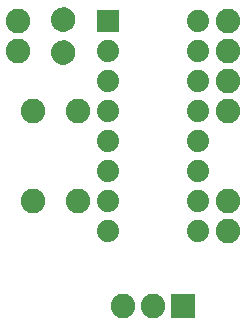
<source format=gbs>
G75*
%MOIN*%
%OFA0B0*%
%FSLAX25Y25*%
%IPPOS*%
%LPD*%
%AMOC8*
5,1,8,0,0,1.08239X$1,22.5*
%
%ADD10C,0.08200*%
%ADD11R,0.07400X0.07400*%
%ADD12C,0.07400*%
%ADD13C,0.00500*%
%ADD14R,0.08200X0.08200*%
D10*
X0016800Y0059060D03*
X0031800Y0059060D03*
X0031800Y0089060D03*
X0016800Y0089060D03*
X0011800Y0109060D03*
X0011800Y0119060D03*
X0081800Y0119060D03*
X0081800Y0109060D03*
X0081800Y0099060D03*
X0081800Y0089060D03*
X0081800Y0059060D03*
X0081800Y0049060D03*
X0056800Y0024119D03*
X0046800Y0024119D03*
D11*
X0041800Y0119060D03*
D12*
X0041800Y0049060D03*
X0041800Y0059060D03*
X0041800Y0069060D03*
X0041800Y0079060D03*
X0041800Y0089060D03*
X0041800Y0099060D03*
X0041800Y0109060D03*
X0071800Y0109060D03*
X0071800Y0099060D03*
X0071800Y0089060D03*
X0071800Y0079060D03*
X0071800Y0069060D03*
X0071800Y0059060D03*
X0071800Y0049060D03*
X0071800Y0119060D03*
D13*
X0030570Y0119590D02*
X0030503Y0118932D01*
X0030322Y0118295D01*
X0030034Y0117700D01*
X0029647Y0117163D01*
X0029172Y0116702D01*
X0028625Y0116331D01*
X0028021Y0116060D01*
X0027380Y0115898D01*
X0026720Y0115850D01*
X0026000Y0115928D01*
X0025310Y0116146D01*
X0024676Y0116494D01*
X0024122Y0116959D01*
X0023669Y0117523D01*
X0023335Y0118165D01*
X0023133Y0118859D01*
X0023070Y0119580D01*
X0023131Y0120305D01*
X0023333Y0121004D01*
X0023667Y0121650D01*
X0024121Y0122218D01*
X0024677Y0122687D01*
X0025314Y0123038D01*
X0026007Y0123259D01*
X0026730Y0123340D01*
X0027390Y0123290D01*
X0028031Y0123126D01*
X0028634Y0122854D01*
X0029180Y0122481D01*
X0029653Y0122019D01*
X0030039Y0121481D01*
X0030326Y0120885D01*
X0030505Y0120248D01*
X0030570Y0119590D01*
X0030552Y0119417D02*
X0023084Y0119417D01*
X0023098Y0119915D02*
X0030538Y0119915D01*
X0030458Y0120414D02*
X0023163Y0120414D01*
X0023307Y0120912D02*
X0030313Y0120912D01*
X0030073Y0121411D02*
X0023544Y0121411D01*
X0023875Y0121909D02*
X0029732Y0121909D01*
X0029255Y0122408D02*
X0024347Y0122408D01*
X0025075Y0122906D02*
X0028517Y0122906D01*
X0030499Y0118918D02*
X0023127Y0118918D01*
X0023261Y0118420D02*
X0030358Y0118420D01*
X0030141Y0117921D02*
X0023462Y0117921D01*
X0023749Y0117423D02*
X0029834Y0117423D01*
X0029401Y0116924D02*
X0024163Y0116924D01*
X0024800Y0116426D02*
X0028765Y0116426D01*
X0027496Y0115927D02*
X0026010Y0115927D01*
X0026730Y0112319D02*
X0026007Y0112238D01*
X0025314Y0112018D01*
X0024677Y0111667D01*
X0024121Y0111198D01*
X0023667Y0110629D01*
X0023333Y0109983D01*
X0023131Y0109285D01*
X0023070Y0108560D01*
X0023133Y0107839D01*
X0023335Y0107145D01*
X0023669Y0106503D01*
X0024122Y0105939D01*
X0024676Y0105474D01*
X0025310Y0105126D01*
X0026000Y0104908D01*
X0026720Y0104830D01*
X0027380Y0104878D01*
X0028021Y0105040D01*
X0028625Y0105311D01*
X0029172Y0105682D01*
X0029647Y0106143D01*
X0030034Y0106680D01*
X0030322Y0107275D01*
X0030503Y0107912D01*
X0030570Y0108570D01*
X0030505Y0109228D01*
X0030326Y0109865D01*
X0030039Y0110461D01*
X0029653Y0110999D01*
X0029180Y0111461D01*
X0028634Y0111834D01*
X0028031Y0112106D01*
X0027390Y0112270D01*
X0026730Y0112319D01*
X0025171Y0111939D02*
X0028400Y0111939D01*
X0029201Y0111441D02*
X0024409Y0111441D01*
X0023917Y0110942D02*
X0029694Y0110942D01*
X0030048Y0110444D02*
X0023571Y0110444D01*
X0023322Y0109945D02*
X0030287Y0109945D01*
X0030443Y0109447D02*
X0023178Y0109447D01*
X0023103Y0108948D02*
X0030532Y0108948D01*
X0030558Y0108450D02*
X0023079Y0108450D01*
X0023123Y0107951D02*
X0030507Y0107951D01*
X0030373Y0107453D02*
X0023245Y0107453D01*
X0023434Y0106954D02*
X0030167Y0106954D01*
X0029872Y0106456D02*
X0023707Y0106456D01*
X0024107Y0105957D02*
X0029455Y0105957D01*
X0028843Y0105459D02*
X0024704Y0105459D01*
X0025836Y0104960D02*
X0027706Y0104960D01*
D14*
X0066800Y0024119D03*
M02*

</source>
